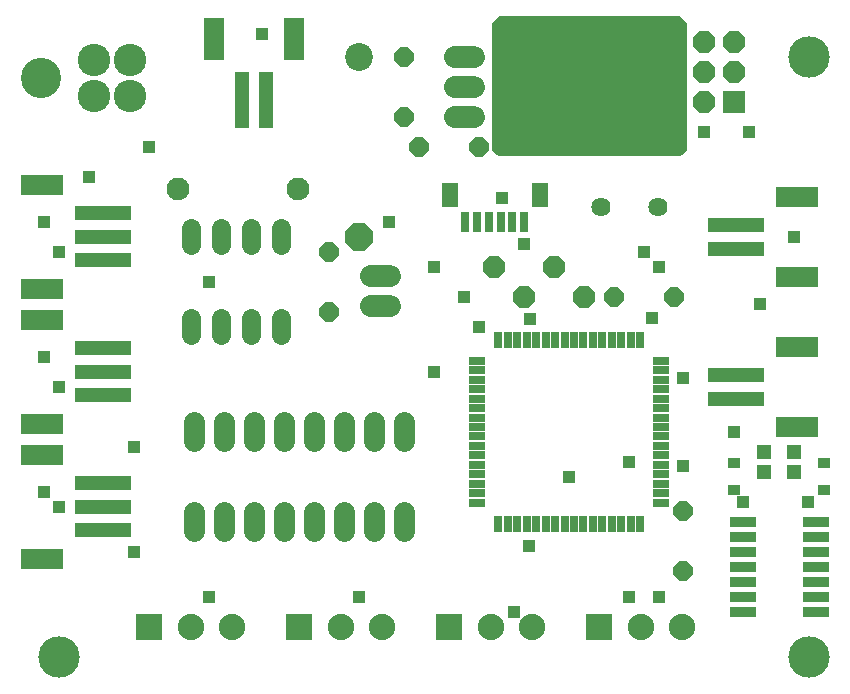
<source format=gts>
G75*
G70*
%OFA0B0*%
%FSLAX24Y24*%
%IPPOS*%
%LPD*%
%AMOC8*
5,1,8,0,0,1.08239X$1,22.5*
%
%ADD10C,0.0120*%
%ADD11C,0.0640*%
%ADD12OC8,0.0710*%
%ADD13C,0.0760*%
%ADD14R,0.0300X0.0550*%
%ADD15R,0.0550X0.0300*%
%ADD16C,0.0640*%
%ADD17C,0.1080*%
%ADD18C,0.1340*%
%ADD19C,0.0720*%
%ADD20R,0.0720X0.0720*%
%ADD21OC8,0.0720*%
%ADD22C,0.0930*%
%ADD23OC8,0.0930*%
%ADD24OC8,0.0640*%
%ADD25C,0.1380*%
%ADD26R,0.0880X0.0880*%
%ADD27C,0.0880*%
%ADD28C,0.0702*%
%ADD29R,0.0880X0.0340*%
%ADD30R,0.0513X0.0474*%
%ADD31R,0.0407X0.0328*%
%ADD32R,0.0474X0.1891*%
%ADD33R,0.0710X0.1419*%
%ADD34R,0.1891X0.0474*%
%ADD35R,0.1419X0.0710*%
%ADD36R,0.0552X0.0789*%
%ADD37R,0.0316X0.0690*%
%ADD38R,0.0440X0.0440*%
D10*
X016251Y018593D02*
X016101Y018743D01*
X016101Y022943D01*
X016101Y022843D01*
X016101Y022943D01*
X016301Y023143D01*
X022251Y023143D01*
X022451Y022943D01*
X022451Y018743D01*
X022301Y018593D01*
X016251Y018593D01*
X016245Y018598D02*
X022306Y018598D01*
X022425Y018717D02*
X016127Y018717D01*
X016101Y018835D02*
X022451Y018835D01*
X022451Y018954D02*
X016101Y018954D01*
X016101Y019073D02*
X022451Y019073D01*
X022451Y019191D02*
X016101Y019191D01*
X016101Y019310D02*
X022451Y019310D01*
X022451Y019428D02*
X016101Y019428D01*
X016101Y019547D02*
X022451Y019547D01*
X022451Y019665D02*
X016101Y019665D01*
X016101Y019784D02*
X022451Y019784D01*
X022451Y019902D02*
X016101Y019902D01*
X016101Y020021D02*
X022451Y020021D01*
X022451Y020139D02*
X016101Y020139D01*
X016101Y020258D02*
X022451Y020258D01*
X022451Y020376D02*
X016101Y020376D01*
X016101Y020495D02*
X022451Y020495D01*
X022451Y020614D02*
X016101Y020614D01*
X016101Y020732D02*
X022451Y020732D01*
X022451Y020851D02*
X016101Y020851D01*
X016101Y020969D02*
X022451Y020969D01*
X022451Y021088D02*
X016101Y021088D01*
X016101Y021206D02*
X022451Y021206D01*
X022451Y021325D02*
X016101Y021325D01*
X016101Y021443D02*
X022451Y021443D01*
X022451Y021562D02*
X016101Y021562D01*
X016101Y021680D02*
X022451Y021680D01*
X022451Y021799D02*
X016101Y021799D01*
X016101Y021918D02*
X022451Y021918D01*
X022451Y022036D02*
X016101Y022036D01*
X016101Y022155D02*
X022451Y022155D01*
X022451Y022273D02*
X016101Y022273D01*
X016101Y022392D02*
X022451Y022392D01*
X022451Y022510D02*
X016101Y022510D01*
X016101Y022629D02*
X022451Y022629D01*
X022451Y022747D02*
X016101Y022747D01*
X016101Y022866D02*
X022451Y022866D01*
X022409Y022984D02*
X016143Y022984D01*
X016261Y023103D02*
X022290Y023103D01*
D11*
X021551Y016843D03*
X019651Y016843D03*
D12*
X018101Y014843D03*
X019101Y013843D03*
X017101Y013843D03*
X016101Y014843D03*
D13*
X009551Y017443D03*
X005551Y017443D03*
D14*
X016239Y012414D03*
X016554Y012414D03*
X016869Y012414D03*
X017183Y012414D03*
X017498Y012414D03*
X017813Y012414D03*
X018128Y012414D03*
X018443Y012414D03*
X018758Y012414D03*
X019073Y012414D03*
X019388Y012414D03*
X019703Y012414D03*
X020018Y012414D03*
X020333Y012414D03*
X020648Y012414D03*
X020963Y012414D03*
X020963Y006272D03*
X020648Y006272D03*
X020333Y006272D03*
X020018Y006272D03*
X019703Y006272D03*
X019388Y006272D03*
X019073Y006272D03*
X018758Y006272D03*
X018443Y006272D03*
X018128Y006272D03*
X017813Y006272D03*
X017498Y006272D03*
X017183Y006272D03*
X016869Y006272D03*
X016554Y006272D03*
X016239Y006272D03*
D15*
X015530Y006980D03*
X015530Y007295D03*
X015530Y007610D03*
X015530Y007925D03*
X015530Y008240D03*
X015530Y008555D03*
X015530Y008870D03*
X015530Y009185D03*
X015530Y009500D03*
X015530Y009815D03*
X015530Y010130D03*
X015530Y010445D03*
X015530Y010760D03*
X015530Y011075D03*
X015530Y011390D03*
X015530Y011705D03*
X021672Y011705D03*
X021672Y011390D03*
X021672Y011075D03*
X021672Y010760D03*
X021672Y010445D03*
X021672Y010130D03*
X021672Y009815D03*
X021672Y009500D03*
X021672Y009185D03*
X021672Y008870D03*
X021672Y008555D03*
X021672Y008240D03*
X021672Y007925D03*
X021672Y007610D03*
X021672Y007295D03*
X021672Y006980D03*
D16*
X009001Y012563D02*
X009001Y013123D01*
X008001Y013123D02*
X008001Y012563D01*
X007001Y012563D02*
X007001Y013123D01*
X006001Y013123D02*
X006001Y012563D01*
X006001Y015563D02*
X006001Y016123D01*
X007001Y016123D02*
X007001Y015563D01*
X008001Y015563D02*
X008001Y016123D01*
X009001Y016123D02*
X009001Y015563D01*
D17*
X003951Y020549D03*
X002770Y020549D03*
X002770Y021730D03*
X003951Y021730D03*
D18*
X000998Y021140D03*
D19*
X011981Y014543D02*
X012621Y014543D01*
X012621Y013543D02*
X011981Y013543D01*
X014781Y019843D02*
X015421Y019843D01*
X015421Y020843D02*
X014781Y020843D01*
X014781Y021843D02*
X015421Y021843D01*
D20*
X024101Y020343D03*
D21*
X023101Y020343D03*
X023101Y021343D03*
X024101Y021343D03*
X024101Y022343D03*
X023101Y022343D03*
D22*
X011601Y021843D03*
D23*
X011601Y015843D03*
D24*
X010601Y015343D03*
X010601Y013343D03*
X013601Y018843D03*
X013101Y019843D03*
X013101Y021843D03*
X015601Y018843D03*
X020101Y013843D03*
X022101Y013843D03*
X022401Y006693D03*
X022401Y004693D03*
D25*
X001601Y001843D03*
X021001Y020843D03*
X026601Y021843D03*
X026601Y001843D03*
D26*
X019601Y002843D03*
X014601Y002843D03*
X009601Y002843D03*
X004601Y002843D03*
D27*
X005979Y002843D03*
X007357Y002843D03*
X010979Y002843D03*
X012357Y002843D03*
X015979Y002843D03*
X017357Y002843D03*
X020979Y002843D03*
X022357Y002843D03*
D28*
X013101Y006032D02*
X013101Y006654D01*
X012101Y006654D02*
X012101Y006032D01*
X011101Y006032D02*
X011101Y006654D01*
X010101Y006654D02*
X010101Y006032D01*
X009101Y006032D02*
X009101Y006654D01*
X008101Y006654D02*
X008101Y006032D01*
X007101Y006032D02*
X007101Y006654D01*
X006101Y006654D02*
X006101Y006032D01*
X006101Y009032D02*
X006101Y009654D01*
X007101Y009654D02*
X007101Y009032D01*
X008101Y009032D02*
X008101Y009654D01*
X009101Y009654D02*
X009101Y009032D01*
X010101Y009032D02*
X010101Y009654D01*
X011101Y009654D02*
X011101Y009032D01*
X012101Y009032D02*
X012101Y009654D01*
X013101Y009654D02*
X013101Y009032D01*
D29*
X024391Y006343D03*
X024391Y005843D03*
X024391Y005343D03*
X024391Y004843D03*
X024391Y004343D03*
X024391Y003843D03*
X024391Y003343D03*
X026811Y003343D03*
X026811Y003843D03*
X026811Y004343D03*
X026811Y004843D03*
X026811Y005343D03*
X026811Y005843D03*
X026811Y006343D03*
D30*
X026101Y008008D03*
X026101Y008677D03*
X025101Y008677D03*
X025101Y008008D03*
D31*
X024101Y008295D03*
X024101Y007390D03*
X027101Y007390D03*
X027101Y008295D03*
D32*
X008494Y020386D03*
X007707Y020386D03*
D33*
X006762Y022433D03*
X009439Y022433D03*
D34*
X003057Y016630D03*
X003057Y015843D03*
X003057Y015055D03*
X003057Y012130D03*
X003057Y011343D03*
X003057Y010555D03*
X003057Y007630D03*
X003057Y006843D03*
X003057Y006055D03*
X024144Y010449D03*
X024144Y011236D03*
X024144Y015449D03*
X024144Y016236D03*
D35*
X026191Y017181D03*
X026191Y014504D03*
X026191Y012181D03*
X026191Y009504D03*
X001010Y009610D03*
X001010Y008575D03*
X001010Y005110D03*
X001010Y013075D03*
X001010Y014110D03*
X001010Y017575D03*
D36*
X014620Y017219D03*
X017613Y017219D03*
D37*
X017101Y016343D03*
X016707Y016343D03*
X016313Y016343D03*
X015920Y016343D03*
X015526Y016343D03*
X015132Y016343D03*
D38*
X016351Y017143D03*
X017101Y015593D03*
X015101Y013843D03*
X015601Y012843D03*
X017301Y013093D03*
X014101Y014843D03*
X012601Y016343D03*
X014101Y011343D03*
X018601Y007843D03*
X020601Y008343D03*
X022401Y008193D03*
X024101Y009343D03*
X022401Y011143D03*
X021351Y013143D03*
X021601Y014843D03*
X021101Y015343D03*
X024951Y013593D03*
X026101Y015843D03*
X024601Y019343D03*
X023101Y019343D03*
X024401Y006993D03*
X026551Y006993D03*
X021601Y003843D03*
X020601Y003843D03*
X017251Y005543D03*
X016751Y003343D03*
X011601Y003843D03*
X006601Y003843D03*
X004101Y005343D03*
X001601Y006843D03*
X001101Y007343D03*
X004101Y008843D03*
X001601Y010843D03*
X001101Y011843D03*
X001601Y015343D03*
X001101Y016343D03*
X002601Y017843D03*
X004601Y018843D03*
X008351Y022593D03*
X006601Y014343D03*
M02*

</source>
